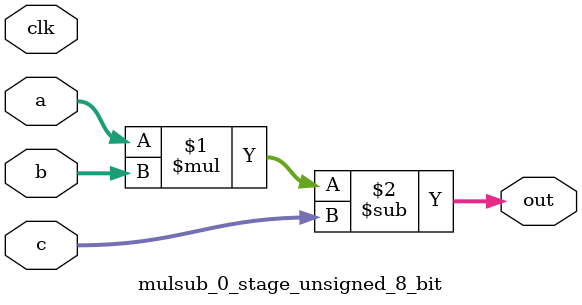
<source format=sv>
(* use_dsp = "yes" *) module mulsub_0_stage_unsigned_8_bit(
	input  [7:0] a,
	input  [7:0] b,
	input  [7:0] c,
	output [7:0] out,
	input clk);

	assign out = (a * b) - c;
endmodule

</source>
